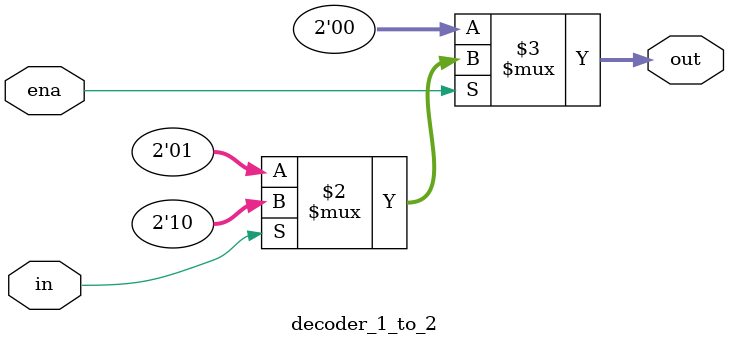
<source format=sv>
`timescale 1ns/1ps
`default_nettype none

module decoder_1_to_2(ena, in, out);

input wire ena;
input wire in;
output logic [1:0] out;

always_comb out = ena ? (in ? 2'b10 : 2'b01): 2'b00;

endmodule

</source>
